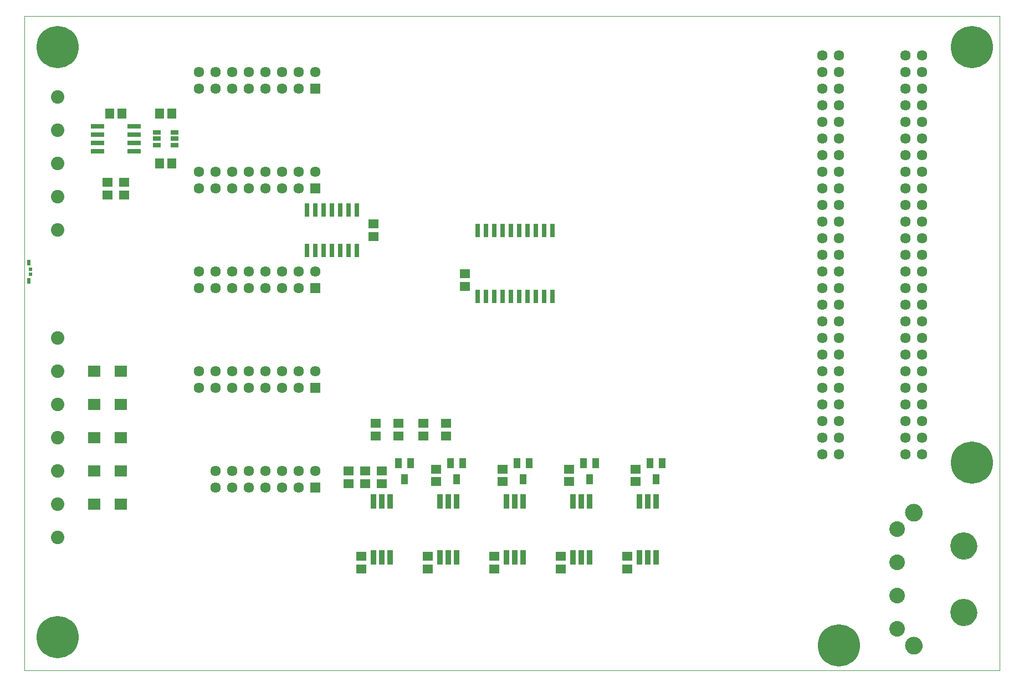
<source format=gbs>
G75*
%MOIN*%
%OFA0B0*%
%FSLAX24Y24*%
%IPPOS*%
%LPD*%
%AMOC8*
5,1,8,0,0,1.08239X$1,22.5*
%
%ADD10C,0.0000*%
%ADD11R,0.0634X0.0634*%
%ADD12C,0.0634*%
%ADD13C,0.0808*%
%ADD14C,0.0940*%
%ADD15C,0.1040*%
%ADD16C,0.1610*%
%ADD17C,0.2540*%
%ADD18R,0.0340X0.0890*%
%ADD19R,0.0631X0.0552*%
%ADD20R,0.0749X0.0709*%
%ADD21R,0.0434X0.0591*%
%ADD22R,0.0790X0.0290*%
%ADD23R,0.0552X0.0631*%
%ADD24R,0.0453X0.0276*%
%ADD25R,0.0300X0.0840*%
%ADD26R,0.0240X0.0350*%
%ADD27R,0.0240X0.0240*%
D10*
X002062Y000539D02*
X002062Y039909D01*
X060722Y039909D01*
X060722Y000539D01*
X002062Y000539D01*
X055062Y002039D02*
X055064Y002083D01*
X055070Y002127D01*
X055080Y002170D01*
X055093Y002212D01*
X055110Y002253D01*
X055131Y002292D01*
X055155Y002329D01*
X055182Y002364D01*
X055212Y002396D01*
X055245Y002426D01*
X055281Y002452D01*
X055318Y002476D01*
X055358Y002495D01*
X055399Y002512D01*
X055442Y002524D01*
X055485Y002533D01*
X055529Y002538D01*
X055573Y002539D01*
X055617Y002536D01*
X055661Y002529D01*
X055704Y002518D01*
X055746Y002504D01*
X055786Y002486D01*
X055825Y002464D01*
X055861Y002440D01*
X055895Y002412D01*
X055927Y002381D01*
X055956Y002347D01*
X055982Y002311D01*
X056004Y002273D01*
X056023Y002233D01*
X056038Y002191D01*
X056050Y002149D01*
X056058Y002105D01*
X056062Y002061D01*
X056062Y002017D01*
X056058Y001973D01*
X056050Y001929D01*
X056038Y001887D01*
X056023Y001845D01*
X056004Y001805D01*
X055982Y001767D01*
X055956Y001731D01*
X055927Y001697D01*
X055895Y001666D01*
X055861Y001638D01*
X055825Y001614D01*
X055786Y001592D01*
X055746Y001574D01*
X055704Y001560D01*
X055661Y001549D01*
X055617Y001542D01*
X055573Y001539D01*
X055529Y001540D01*
X055485Y001545D01*
X055442Y001554D01*
X055399Y001566D01*
X055358Y001583D01*
X055318Y001602D01*
X055281Y001626D01*
X055245Y001652D01*
X055212Y001682D01*
X055182Y001714D01*
X055155Y001749D01*
X055131Y001786D01*
X055110Y001825D01*
X055093Y001866D01*
X055080Y001908D01*
X055070Y001951D01*
X055064Y001995D01*
X055062Y002039D01*
X057777Y004039D02*
X057779Y004094D01*
X057785Y004149D01*
X057795Y004204D01*
X057808Y004258D01*
X057825Y004310D01*
X057846Y004362D01*
X057871Y004411D01*
X057899Y004459D01*
X057930Y004505D01*
X057965Y004548D01*
X058002Y004589D01*
X058042Y004627D01*
X058085Y004662D01*
X058130Y004695D01*
X058178Y004723D01*
X058227Y004749D01*
X058278Y004771D01*
X058330Y004789D01*
X058383Y004803D01*
X058438Y004814D01*
X058493Y004821D01*
X058548Y004824D01*
X058604Y004823D01*
X058659Y004818D01*
X058713Y004809D01*
X058767Y004797D01*
X058820Y004780D01*
X058872Y004760D01*
X058922Y004737D01*
X058970Y004709D01*
X059017Y004679D01*
X059061Y004645D01*
X059102Y004609D01*
X059141Y004569D01*
X059177Y004527D01*
X059210Y004482D01*
X059240Y004435D01*
X059266Y004387D01*
X059289Y004336D01*
X059308Y004284D01*
X059323Y004231D01*
X059335Y004177D01*
X059343Y004122D01*
X059347Y004067D01*
X059347Y004011D01*
X059343Y003956D01*
X059335Y003901D01*
X059323Y003847D01*
X059308Y003794D01*
X059289Y003742D01*
X059266Y003691D01*
X059240Y003643D01*
X059210Y003596D01*
X059177Y003551D01*
X059141Y003509D01*
X059102Y003469D01*
X059061Y003433D01*
X059017Y003399D01*
X058970Y003369D01*
X058922Y003341D01*
X058872Y003318D01*
X058820Y003298D01*
X058767Y003281D01*
X058713Y003269D01*
X058659Y003260D01*
X058604Y003255D01*
X058548Y003254D01*
X058493Y003257D01*
X058438Y003264D01*
X058383Y003275D01*
X058330Y003289D01*
X058278Y003307D01*
X058227Y003329D01*
X058178Y003355D01*
X058130Y003383D01*
X058085Y003416D01*
X058042Y003451D01*
X058002Y003489D01*
X057965Y003530D01*
X057930Y003573D01*
X057899Y003619D01*
X057871Y003667D01*
X057846Y003716D01*
X057825Y003768D01*
X057808Y003820D01*
X057795Y003874D01*
X057785Y003929D01*
X057779Y003984D01*
X057777Y004039D01*
X057777Y008039D02*
X057779Y008094D01*
X057785Y008149D01*
X057795Y008204D01*
X057808Y008258D01*
X057825Y008310D01*
X057846Y008362D01*
X057871Y008411D01*
X057899Y008459D01*
X057930Y008505D01*
X057965Y008548D01*
X058002Y008589D01*
X058042Y008627D01*
X058085Y008662D01*
X058130Y008695D01*
X058178Y008723D01*
X058227Y008749D01*
X058278Y008771D01*
X058330Y008789D01*
X058383Y008803D01*
X058438Y008814D01*
X058493Y008821D01*
X058548Y008824D01*
X058604Y008823D01*
X058659Y008818D01*
X058713Y008809D01*
X058767Y008797D01*
X058820Y008780D01*
X058872Y008760D01*
X058922Y008737D01*
X058970Y008709D01*
X059017Y008679D01*
X059061Y008645D01*
X059102Y008609D01*
X059141Y008569D01*
X059177Y008527D01*
X059210Y008482D01*
X059240Y008435D01*
X059266Y008387D01*
X059289Y008336D01*
X059308Y008284D01*
X059323Y008231D01*
X059335Y008177D01*
X059343Y008122D01*
X059347Y008067D01*
X059347Y008011D01*
X059343Y007956D01*
X059335Y007901D01*
X059323Y007847D01*
X059308Y007794D01*
X059289Y007742D01*
X059266Y007691D01*
X059240Y007643D01*
X059210Y007596D01*
X059177Y007551D01*
X059141Y007509D01*
X059102Y007469D01*
X059061Y007433D01*
X059017Y007399D01*
X058970Y007369D01*
X058922Y007341D01*
X058872Y007318D01*
X058820Y007298D01*
X058767Y007281D01*
X058713Y007269D01*
X058659Y007260D01*
X058604Y007255D01*
X058548Y007254D01*
X058493Y007257D01*
X058438Y007264D01*
X058383Y007275D01*
X058330Y007289D01*
X058278Y007307D01*
X058227Y007329D01*
X058178Y007355D01*
X058130Y007383D01*
X058085Y007416D01*
X058042Y007451D01*
X058002Y007489D01*
X057965Y007530D01*
X057930Y007573D01*
X057899Y007619D01*
X057871Y007667D01*
X057846Y007716D01*
X057825Y007768D01*
X057808Y007820D01*
X057795Y007874D01*
X057785Y007929D01*
X057779Y007984D01*
X057777Y008039D01*
X055062Y010039D02*
X055064Y010083D01*
X055070Y010127D01*
X055080Y010170D01*
X055093Y010212D01*
X055110Y010253D01*
X055131Y010292D01*
X055155Y010329D01*
X055182Y010364D01*
X055212Y010396D01*
X055245Y010426D01*
X055281Y010452D01*
X055318Y010476D01*
X055358Y010495D01*
X055399Y010512D01*
X055442Y010524D01*
X055485Y010533D01*
X055529Y010538D01*
X055573Y010539D01*
X055617Y010536D01*
X055661Y010529D01*
X055704Y010518D01*
X055746Y010504D01*
X055786Y010486D01*
X055825Y010464D01*
X055861Y010440D01*
X055895Y010412D01*
X055927Y010381D01*
X055956Y010347D01*
X055982Y010311D01*
X056004Y010273D01*
X056023Y010233D01*
X056038Y010191D01*
X056050Y010149D01*
X056058Y010105D01*
X056062Y010061D01*
X056062Y010017D01*
X056058Y009973D01*
X056050Y009929D01*
X056038Y009887D01*
X056023Y009845D01*
X056004Y009805D01*
X055982Y009767D01*
X055956Y009731D01*
X055927Y009697D01*
X055895Y009666D01*
X055861Y009638D01*
X055825Y009614D01*
X055786Y009592D01*
X055746Y009574D01*
X055704Y009560D01*
X055661Y009549D01*
X055617Y009542D01*
X055573Y009539D01*
X055529Y009540D01*
X055485Y009545D01*
X055442Y009554D01*
X055399Y009566D01*
X055358Y009583D01*
X055318Y009602D01*
X055281Y009626D01*
X055245Y009652D01*
X055212Y009682D01*
X055182Y009714D01*
X055155Y009749D01*
X055131Y009786D01*
X055110Y009825D01*
X055093Y009866D01*
X055080Y009908D01*
X055070Y009951D01*
X055064Y009995D01*
X055062Y010039D01*
D11*
X019562Y011539D03*
X019562Y017539D03*
X019562Y023539D03*
X019562Y029539D03*
X019562Y035539D03*
D12*
X018562Y035539D03*
X017562Y035539D03*
X016562Y035539D03*
X015562Y035539D03*
X014562Y035539D03*
X013562Y035539D03*
X012562Y035539D03*
X012562Y036539D03*
X013562Y036539D03*
X014562Y036539D03*
X015562Y036539D03*
X016562Y036539D03*
X017562Y036539D03*
X018562Y036539D03*
X019562Y036539D03*
X019562Y030539D03*
X018562Y030539D03*
X017562Y030539D03*
X016562Y030539D03*
X015562Y030539D03*
X014562Y030539D03*
X013562Y030539D03*
X012562Y030539D03*
X012562Y029539D03*
X013562Y029539D03*
X014562Y029539D03*
X015562Y029539D03*
X016562Y029539D03*
X017562Y029539D03*
X018562Y029539D03*
X018562Y024539D03*
X017562Y024539D03*
X016562Y024539D03*
X015562Y024539D03*
X014562Y024539D03*
X013562Y024539D03*
X012562Y024539D03*
X012562Y023539D03*
X013562Y023539D03*
X014562Y023539D03*
X015562Y023539D03*
X016562Y023539D03*
X017562Y023539D03*
X018562Y023539D03*
X019562Y024539D03*
X019562Y018539D03*
X018562Y018539D03*
X017562Y018539D03*
X016562Y018539D03*
X015562Y018539D03*
X014562Y018539D03*
X013562Y018539D03*
X012562Y018539D03*
X012562Y017539D03*
X013562Y017539D03*
X014562Y017539D03*
X015562Y017539D03*
X016562Y017539D03*
X017562Y017539D03*
X018562Y017539D03*
X018562Y012539D03*
X017562Y012539D03*
X016562Y012539D03*
X015562Y012539D03*
X014562Y012539D03*
X013562Y012539D03*
X013562Y011539D03*
X014562Y011539D03*
X015562Y011539D03*
X016562Y011539D03*
X017562Y011539D03*
X018562Y011539D03*
X019562Y012539D03*
X050062Y013539D03*
X051062Y013539D03*
X051062Y014539D03*
X050062Y014539D03*
X050062Y015539D03*
X051062Y015539D03*
X051062Y016539D03*
X050062Y016539D03*
X050062Y017539D03*
X051062Y017539D03*
X051062Y018539D03*
X050062Y018539D03*
X050062Y019539D03*
X051062Y019539D03*
X051062Y020539D03*
X050062Y020539D03*
X050062Y021539D03*
X051062Y021539D03*
X051062Y022539D03*
X050062Y022539D03*
X050062Y023539D03*
X051062Y023539D03*
X051062Y024539D03*
X050062Y024539D03*
X050062Y025539D03*
X051062Y025539D03*
X051062Y026539D03*
X050062Y026539D03*
X050062Y027539D03*
X051062Y027539D03*
X051062Y028539D03*
X050062Y028539D03*
X050062Y029539D03*
X051062Y029539D03*
X051062Y030539D03*
X050062Y030539D03*
X050062Y031539D03*
X051062Y031539D03*
X051062Y032539D03*
X050062Y032539D03*
X050062Y033539D03*
X051062Y033539D03*
X051062Y034539D03*
X050062Y034539D03*
X050062Y035539D03*
X051062Y035539D03*
X051062Y036539D03*
X050062Y036539D03*
X050062Y037539D03*
X051062Y037539D03*
X055062Y037539D03*
X056062Y037539D03*
X056062Y036539D03*
X055062Y036539D03*
X055062Y035539D03*
X056062Y035539D03*
X056062Y034539D03*
X055062Y034539D03*
X055062Y033539D03*
X056062Y033539D03*
X056062Y032539D03*
X055062Y032539D03*
X055062Y031539D03*
X056062Y031539D03*
X056062Y030539D03*
X055062Y030539D03*
X055062Y029539D03*
X056062Y029539D03*
X056062Y028539D03*
X055062Y028539D03*
X055062Y027539D03*
X056062Y027539D03*
X056062Y026539D03*
X055062Y026539D03*
X055062Y025539D03*
X056062Y025539D03*
X056062Y024539D03*
X055062Y024539D03*
X055062Y023539D03*
X056062Y023539D03*
X056062Y022539D03*
X055062Y022539D03*
X055062Y021539D03*
X056062Y021539D03*
X056062Y020539D03*
X055062Y020539D03*
X055062Y019539D03*
X056062Y019539D03*
X056062Y018539D03*
X055062Y018539D03*
X055062Y017539D03*
X056062Y017539D03*
X056062Y016539D03*
X055062Y016539D03*
X055062Y015539D03*
X056062Y015539D03*
X056062Y014539D03*
X055062Y014539D03*
X055062Y013539D03*
X056062Y013539D03*
D13*
X004062Y014539D03*
X004062Y016539D03*
X004062Y018539D03*
X004062Y020539D03*
X004062Y027039D03*
X004062Y029039D03*
X004062Y031039D03*
X004062Y033039D03*
X004062Y035039D03*
X004062Y012539D03*
X004062Y010539D03*
X004062Y008539D03*
D14*
X054562Y009039D03*
X054562Y007039D03*
X054562Y005039D03*
X054562Y003039D03*
D15*
X055562Y002039D03*
X055562Y010039D03*
D16*
X058562Y008039D03*
X058562Y004039D03*
D17*
X051062Y002039D03*
X059062Y013039D03*
X059062Y038039D03*
X004062Y038039D03*
X004062Y002539D03*
D18*
X023062Y007359D03*
X023562Y007359D03*
X024062Y007359D03*
X027062Y007359D03*
X027562Y007359D03*
X028062Y007359D03*
X031062Y007359D03*
X031562Y007359D03*
X032062Y007359D03*
X035062Y007359D03*
X035562Y007359D03*
X036062Y007359D03*
X039062Y007359D03*
X039562Y007359D03*
X040062Y007359D03*
X040062Y010719D03*
X039562Y010719D03*
X039062Y010719D03*
X036062Y010719D03*
X035562Y010719D03*
X035062Y010719D03*
X032062Y010719D03*
X031562Y010719D03*
X031062Y010719D03*
X028062Y010719D03*
X027562Y010719D03*
X027062Y010719D03*
X024062Y010719D03*
X023562Y010719D03*
X023062Y010719D03*
D19*
X022562Y011790D03*
X023562Y011790D03*
X023562Y012538D03*
X022562Y012538D03*
X021562Y012538D03*
X021562Y011790D03*
X023187Y014665D03*
X023187Y015413D03*
X024562Y015413D03*
X024562Y014665D03*
X026062Y014665D03*
X026062Y015413D03*
X027437Y015413D03*
X027437Y014665D03*
X026812Y012663D03*
X026812Y011915D03*
X030812Y011915D03*
X030812Y012663D03*
X034812Y012663D03*
X034812Y011915D03*
X038812Y011915D03*
X038812Y012663D03*
X038312Y007413D03*
X038312Y006665D03*
X034312Y006665D03*
X034312Y007413D03*
X030312Y007413D03*
X030312Y006665D03*
X026312Y006665D03*
X026312Y007413D03*
X022312Y007413D03*
X022312Y006665D03*
X028562Y023665D03*
X028562Y024413D03*
X023062Y026665D03*
X023062Y027413D03*
X008062Y029165D03*
X008062Y029913D03*
X007062Y029913D03*
X007062Y029165D03*
D20*
X006255Y018539D03*
X007869Y018539D03*
X007869Y016539D03*
X006255Y016539D03*
X006255Y014539D03*
X007869Y014539D03*
X007869Y012539D03*
X006255Y012539D03*
X006255Y010539D03*
X007869Y010539D03*
D21*
X024563Y013011D03*
X025311Y013011D03*
X024937Y012066D03*
X027688Y013011D03*
X028436Y013011D03*
X028062Y012066D03*
X031688Y013011D03*
X032436Y013011D03*
X032062Y012066D03*
X035688Y013011D03*
X036436Y013011D03*
X036062Y012066D03*
X039688Y013011D03*
X040436Y013011D03*
X040062Y012066D03*
D22*
X008662Y031789D03*
X008662Y032289D03*
X008662Y032789D03*
X008662Y033289D03*
X006462Y033289D03*
X006462Y032789D03*
X006462Y032289D03*
X006462Y031789D03*
D23*
X007188Y034039D03*
X007936Y034039D03*
X010188Y034039D03*
X010936Y034039D03*
X010936Y031039D03*
X010188Y031039D03*
D24*
X010031Y032165D03*
X010031Y032539D03*
X010031Y032913D03*
X011094Y032913D03*
X011094Y032539D03*
X011094Y032165D03*
D25*
X019062Y028249D03*
X019562Y028249D03*
X020062Y028249D03*
X020562Y028249D03*
X021062Y028249D03*
X021562Y028249D03*
X022062Y028249D03*
X022062Y025829D03*
X021562Y025829D03*
X021062Y025829D03*
X020562Y025829D03*
X020062Y025829D03*
X019562Y025829D03*
X019062Y025829D03*
X029312Y027019D03*
X029812Y027019D03*
X030312Y027019D03*
X030812Y027019D03*
X031312Y027019D03*
X031812Y027019D03*
X032312Y027019D03*
X032812Y027019D03*
X033312Y027019D03*
X033812Y027019D03*
X033812Y023059D03*
X033312Y023059D03*
X032812Y023059D03*
X032312Y023059D03*
X031812Y023059D03*
X031312Y023059D03*
X030812Y023059D03*
X030312Y023059D03*
X029812Y023059D03*
X029312Y023059D03*
D26*
X002312Y023984D03*
X002312Y025094D03*
D27*
X002412Y024699D03*
X002412Y024379D03*
M02*

</source>
